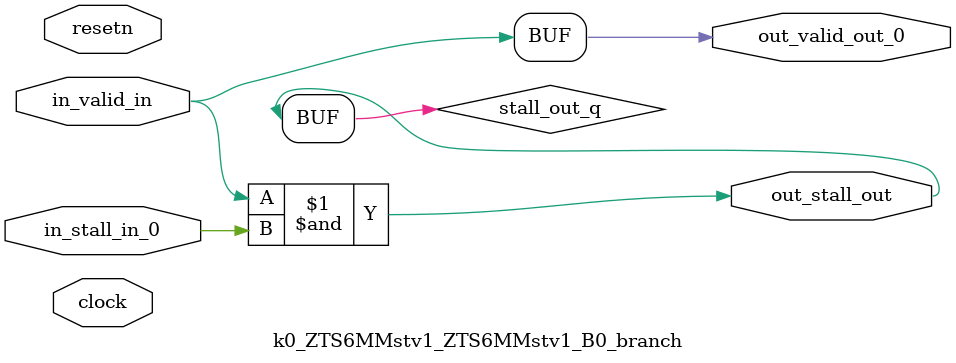
<source format=sv>



(* altera_attribute = "-name AUTO_SHIFT_REGISTER_RECOGNITION OFF; -name MESSAGE_DISABLE 10036; -name MESSAGE_DISABLE 10037; -name MESSAGE_DISABLE 14130; -name MESSAGE_DISABLE 14320; -name MESSAGE_DISABLE 15400; -name MESSAGE_DISABLE 14130; -name MESSAGE_DISABLE 10036; -name MESSAGE_DISABLE 12020; -name MESSAGE_DISABLE 12030; -name MESSAGE_DISABLE 12010; -name MESSAGE_DISABLE 12110; -name MESSAGE_DISABLE 14320; -name MESSAGE_DISABLE 13410; -name MESSAGE_DISABLE 113007; -name MESSAGE_DISABLE 10958" *)
module k0_ZTS6MMstv1_ZTS6MMstv1_B0_branch (
    input wire [0:0] in_stall_in_0,
    input wire [0:0] in_valid_in,
    output wire [0:0] out_stall_out,
    output wire [0:0] out_valid_out_0,
    input wire clock,
    input wire resetn
    );

    wire [0:0] stall_out_q;


    // stall_out(LOGICAL,6)
    assign stall_out_q = in_valid_in & in_stall_in_0;

    // out_stall_out(GPOUT,4)
    assign out_stall_out = stall_out_q;

    // out_valid_out_0(GPOUT,5)
    assign out_valid_out_0 = in_valid_in;

endmodule

</source>
